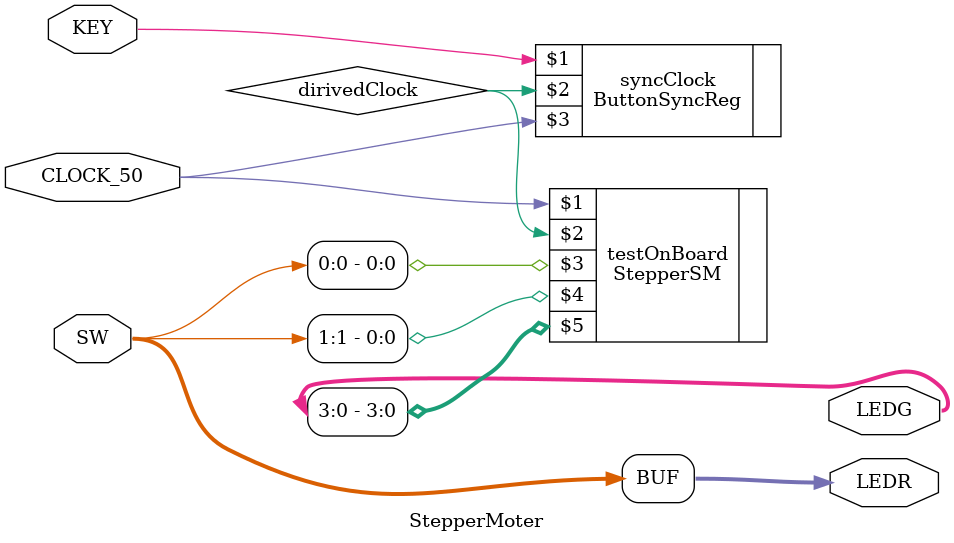
<source format=sv>

/****************************************************************************
 * StepperMoter.sv
 ****************************************************************************/

  
/**
 * Module: StepperMoter
 * 
 * TODO: Add module documentation
 * if I was not to add the syncClock, the step would continue on for far more than one clock cycle unless 
 * I managed to somehow hit it for only 20 or so nano seconds
 */
module StepperMoter(input CLOCK_50,input [0:0]KEY,input [17:0]SW,output [8:0]LEDG,output [17:0]LEDR);
assign LEDR=SW;
reg dirivedClock;
ButtonSyncReg syncClock(KEY,dirivedClock,CLOCK_50);
StepperSM testOnBoard(CLOCK_50,dirivedClock,SW[0],SW[1],LEDG[3:0]);


endmodule



</source>
